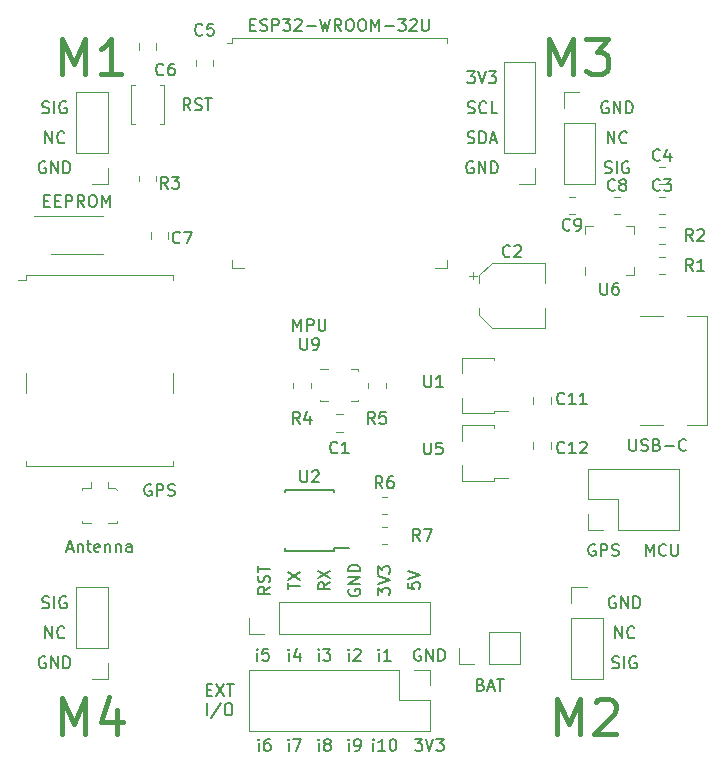
<source format=gbr>
%TF.GenerationSoftware,KiCad,Pcbnew,6.0.4*%
%TF.CreationDate,2022-04-24T20:11:58+02:00*%
%TF.ProjectId,main_pcb,6d61696e-5f70-4636-922e-6b696361645f,rev?*%
%TF.SameCoordinates,Original*%
%TF.FileFunction,Legend,Top*%
%TF.FilePolarity,Positive*%
%FSLAX46Y46*%
G04 Gerber Fmt 4.6, Leading zero omitted, Abs format (unit mm)*
G04 Created by KiCad (PCBNEW 6.0.4) date 2022-04-24 20:11:58*
%MOMM*%
%LPD*%
G01*
G04 APERTURE LIST*
%ADD10C,0.150000*%
%ADD11C,0.400000*%
%ADD12C,0.120000*%
G04 APERTURE END LIST*
D10*
X178347857Y-116022380D02*
X178347857Y-115022380D01*
X178681190Y-115736666D01*
X179014523Y-115022380D01*
X179014523Y-116022380D01*
X180062142Y-115927142D02*
X180014523Y-115974761D01*
X179871666Y-116022380D01*
X179776428Y-116022380D01*
X179633571Y-115974761D01*
X179538333Y-115879523D01*
X179490714Y-115784285D01*
X179443095Y-115593809D01*
X179443095Y-115450952D01*
X179490714Y-115260476D01*
X179538333Y-115165238D01*
X179633571Y-115070000D01*
X179776428Y-115022380D01*
X179871666Y-115022380D01*
X180014523Y-115070000D01*
X180062142Y-115117619D01*
X180490714Y-115022380D02*
X180490714Y-115831904D01*
X180538333Y-115927142D01*
X180585952Y-115974761D01*
X180681190Y-116022380D01*
X180871666Y-116022380D01*
X180966904Y-115974761D01*
X181014523Y-115927142D01*
X181062142Y-115831904D01*
X181062142Y-115022380D01*
X174037714Y-115070000D02*
X173942476Y-115022380D01*
X173799619Y-115022380D01*
X173656761Y-115070000D01*
X173561523Y-115165238D01*
X173513904Y-115260476D01*
X173466285Y-115450952D01*
X173466285Y-115593809D01*
X173513904Y-115784285D01*
X173561523Y-115879523D01*
X173656761Y-115974761D01*
X173799619Y-116022380D01*
X173894857Y-116022380D01*
X174037714Y-115974761D01*
X174085333Y-115927142D01*
X174085333Y-115593809D01*
X173894857Y-115593809D01*
X174513904Y-116022380D02*
X174513904Y-115022380D01*
X174894857Y-115022380D01*
X174990095Y-115070000D01*
X175037714Y-115117619D01*
X175085333Y-115212857D01*
X175085333Y-115355714D01*
X175037714Y-115450952D01*
X174990095Y-115498571D01*
X174894857Y-115546190D01*
X174513904Y-115546190D01*
X175466285Y-115974761D02*
X175609142Y-116022380D01*
X175847238Y-116022380D01*
X175942476Y-115974761D01*
X175990095Y-115927142D01*
X176037714Y-115831904D01*
X176037714Y-115736666D01*
X175990095Y-115641428D01*
X175942476Y-115593809D01*
X175847238Y-115546190D01*
X175656761Y-115498571D01*
X175561523Y-115450952D01*
X175513904Y-115403333D01*
X175466285Y-115308095D01*
X175466285Y-115212857D01*
X175513904Y-115117619D01*
X175561523Y-115070000D01*
X175656761Y-115022380D01*
X175894857Y-115022380D01*
X176037714Y-115070000D01*
X148502857Y-96972380D02*
X148502857Y-95972380D01*
X148836190Y-96686666D01*
X149169523Y-95972380D01*
X149169523Y-96972380D01*
X149645714Y-96972380D02*
X149645714Y-95972380D01*
X150026666Y-95972380D01*
X150121904Y-96020000D01*
X150169523Y-96067619D01*
X150217142Y-96162857D01*
X150217142Y-96305714D01*
X150169523Y-96400952D01*
X150121904Y-96448571D01*
X150026666Y-96496190D01*
X149645714Y-96496190D01*
X150645714Y-95972380D02*
X150645714Y-96781904D01*
X150693333Y-96877142D01*
X150740952Y-96924761D01*
X150836190Y-96972380D01*
X151026666Y-96972380D01*
X151121904Y-96924761D01*
X151169523Y-96877142D01*
X151217142Y-96781904D01*
X151217142Y-95972380D01*
X144852380Y-71048571D02*
X145185714Y-71048571D01*
X145328571Y-71572380D02*
X144852380Y-71572380D01*
X144852380Y-70572380D01*
X145328571Y-70572380D01*
X145709523Y-71524761D02*
X145852380Y-71572380D01*
X146090476Y-71572380D01*
X146185714Y-71524761D01*
X146233333Y-71477142D01*
X146280952Y-71381904D01*
X146280952Y-71286666D01*
X146233333Y-71191428D01*
X146185714Y-71143809D01*
X146090476Y-71096190D01*
X145900000Y-71048571D01*
X145804761Y-71000952D01*
X145757142Y-70953333D01*
X145709523Y-70858095D01*
X145709523Y-70762857D01*
X145757142Y-70667619D01*
X145804761Y-70620000D01*
X145900000Y-70572380D01*
X146138095Y-70572380D01*
X146280952Y-70620000D01*
X146709523Y-71572380D02*
X146709523Y-70572380D01*
X147090476Y-70572380D01*
X147185714Y-70620000D01*
X147233333Y-70667619D01*
X147280952Y-70762857D01*
X147280952Y-70905714D01*
X147233333Y-71000952D01*
X147185714Y-71048571D01*
X147090476Y-71096190D01*
X146709523Y-71096190D01*
X147614285Y-70572380D02*
X148233333Y-70572380D01*
X147900000Y-70953333D01*
X148042857Y-70953333D01*
X148138095Y-71000952D01*
X148185714Y-71048571D01*
X148233333Y-71143809D01*
X148233333Y-71381904D01*
X148185714Y-71477142D01*
X148138095Y-71524761D01*
X148042857Y-71572380D01*
X147757142Y-71572380D01*
X147661904Y-71524761D01*
X147614285Y-71477142D01*
X148614285Y-70667619D02*
X148661904Y-70620000D01*
X148757142Y-70572380D01*
X148995238Y-70572380D01*
X149090476Y-70620000D01*
X149138095Y-70667619D01*
X149185714Y-70762857D01*
X149185714Y-70858095D01*
X149138095Y-71000952D01*
X148566666Y-71572380D01*
X149185714Y-71572380D01*
X149614285Y-71191428D02*
X150376190Y-71191428D01*
X150757142Y-70572380D02*
X150995238Y-71572380D01*
X151185714Y-70858095D01*
X151376190Y-71572380D01*
X151614285Y-70572380D01*
X152566666Y-71572380D02*
X152233333Y-71096190D01*
X151995238Y-71572380D02*
X151995238Y-70572380D01*
X152376190Y-70572380D01*
X152471428Y-70620000D01*
X152519047Y-70667619D01*
X152566666Y-70762857D01*
X152566666Y-70905714D01*
X152519047Y-71000952D01*
X152471428Y-71048571D01*
X152376190Y-71096190D01*
X151995238Y-71096190D01*
X153185714Y-70572380D02*
X153376190Y-70572380D01*
X153471428Y-70620000D01*
X153566666Y-70715238D01*
X153614285Y-70905714D01*
X153614285Y-71239047D01*
X153566666Y-71429523D01*
X153471428Y-71524761D01*
X153376190Y-71572380D01*
X153185714Y-71572380D01*
X153090476Y-71524761D01*
X152995238Y-71429523D01*
X152947619Y-71239047D01*
X152947619Y-70905714D01*
X152995238Y-70715238D01*
X153090476Y-70620000D01*
X153185714Y-70572380D01*
X154233333Y-70572380D02*
X154423809Y-70572380D01*
X154519047Y-70620000D01*
X154614285Y-70715238D01*
X154661904Y-70905714D01*
X154661904Y-71239047D01*
X154614285Y-71429523D01*
X154519047Y-71524761D01*
X154423809Y-71572380D01*
X154233333Y-71572380D01*
X154138095Y-71524761D01*
X154042857Y-71429523D01*
X153995238Y-71239047D01*
X153995238Y-70905714D01*
X154042857Y-70715238D01*
X154138095Y-70620000D01*
X154233333Y-70572380D01*
X155090476Y-71572380D02*
X155090476Y-70572380D01*
X155423809Y-71286666D01*
X155757142Y-70572380D01*
X155757142Y-71572380D01*
X156233333Y-71191428D02*
X156995238Y-71191428D01*
X157376190Y-70572380D02*
X157995238Y-70572380D01*
X157661904Y-70953333D01*
X157804761Y-70953333D01*
X157899999Y-71000952D01*
X157947619Y-71048571D01*
X157995238Y-71143809D01*
X157995238Y-71381904D01*
X157947619Y-71477142D01*
X157899999Y-71524761D01*
X157804761Y-71572380D01*
X157519047Y-71572380D01*
X157423809Y-71524761D01*
X157376190Y-71477142D01*
X158376190Y-70667619D02*
X158423809Y-70620000D01*
X158519047Y-70572380D01*
X158757142Y-70572380D01*
X158852380Y-70620000D01*
X158899999Y-70667619D01*
X158947619Y-70762857D01*
X158947619Y-70858095D01*
X158899999Y-71000952D01*
X158328571Y-71572380D01*
X158947619Y-71572380D01*
X159376190Y-70572380D02*
X159376190Y-71381904D01*
X159423809Y-71477142D01*
X159471428Y-71524761D01*
X159566666Y-71572380D01*
X159757142Y-71572380D01*
X159852380Y-71524761D01*
X159899999Y-71477142D01*
X159947619Y-71381904D01*
X159947619Y-70572380D01*
X164361904Y-126928571D02*
X164504761Y-126976190D01*
X164552380Y-127023809D01*
X164600000Y-127119047D01*
X164600000Y-127261904D01*
X164552380Y-127357142D01*
X164504761Y-127404761D01*
X164409523Y-127452380D01*
X164028571Y-127452380D01*
X164028571Y-126452380D01*
X164361904Y-126452380D01*
X164457142Y-126500000D01*
X164504761Y-126547619D01*
X164552380Y-126642857D01*
X164552380Y-126738095D01*
X164504761Y-126833333D01*
X164457142Y-126880952D01*
X164361904Y-126928571D01*
X164028571Y-126928571D01*
X164980952Y-127166666D02*
X165457142Y-127166666D01*
X164885714Y-127452380D02*
X165219047Y-126452380D01*
X165552380Y-127452380D01*
X165742857Y-126452380D02*
X166314285Y-126452380D01*
X166028571Y-127452380D02*
X166028571Y-126452380D01*
X141168571Y-127393571D02*
X141501904Y-127393571D01*
X141644761Y-127917380D02*
X141168571Y-127917380D01*
X141168571Y-126917380D01*
X141644761Y-126917380D01*
X141978095Y-126917380D02*
X142644761Y-127917380D01*
X142644761Y-126917380D02*
X141978095Y-127917380D01*
X142882857Y-126917380D02*
X143454285Y-126917380D01*
X143168571Y-127917380D02*
X143168571Y-126917380D01*
X141192380Y-129527380D02*
X141192380Y-128527380D01*
X142382857Y-128479761D02*
X141525714Y-129765476D01*
X142906666Y-128527380D02*
X143097142Y-128527380D01*
X143192380Y-128575000D01*
X143287619Y-128670238D01*
X143335238Y-128860714D01*
X143335238Y-129194047D01*
X143287619Y-129384523D01*
X143192380Y-129479761D01*
X143097142Y-129527380D01*
X142906666Y-129527380D01*
X142811428Y-129479761D01*
X142716190Y-129384523D01*
X142668571Y-129194047D01*
X142668571Y-128860714D01*
X142716190Y-128670238D01*
X142811428Y-128575000D01*
X142906666Y-128527380D01*
X158781904Y-131532380D02*
X159400952Y-131532380D01*
X159067619Y-131913333D01*
X159210476Y-131913333D01*
X159305714Y-131960952D01*
X159353333Y-132008571D01*
X159400952Y-132103809D01*
X159400952Y-132341904D01*
X159353333Y-132437142D01*
X159305714Y-132484761D01*
X159210476Y-132532380D01*
X158924761Y-132532380D01*
X158829523Y-132484761D01*
X158781904Y-132437142D01*
X159686666Y-131532380D02*
X160020000Y-132532380D01*
X160353333Y-131532380D01*
X160591428Y-131532380D02*
X161210476Y-131532380D01*
X160877142Y-131913333D01*
X161020000Y-131913333D01*
X161115238Y-131960952D01*
X161162857Y-132008571D01*
X161210476Y-132103809D01*
X161210476Y-132341904D01*
X161162857Y-132437142D01*
X161115238Y-132484761D01*
X161020000Y-132532380D01*
X160734285Y-132532380D01*
X160639047Y-132484761D01*
X160591428Y-132437142D01*
X145573809Y-132532380D02*
X145573809Y-131865714D01*
X145573809Y-131532380D02*
X145526190Y-131580000D01*
X145573809Y-131627619D01*
X145621428Y-131580000D01*
X145573809Y-131532380D01*
X145573809Y-131627619D01*
X146478571Y-131532380D02*
X146288095Y-131532380D01*
X146192857Y-131580000D01*
X146145238Y-131627619D01*
X146050000Y-131770476D01*
X146002380Y-131960952D01*
X146002380Y-132341904D01*
X146050000Y-132437142D01*
X146097619Y-132484761D01*
X146192857Y-132532380D01*
X146383333Y-132532380D01*
X146478571Y-132484761D01*
X146526190Y-132437142D01*
X146573809Y-132341904D01*
X146573809Y-132103809D01*
X146526190Y-132008571D01*
X146478571Y-131960952D01*
X146383333Y-131913333D01*
X146192857Y-131913333D01*
X146097619Y-131960952D01*
X146050000Y-132008571D01*
X146002380Y-132103809D01*
X148113809Y-132532380D02*
X148113809Y-131865714D01*
X148113809Y-131532380D02*
X148066190Y-131580000D01*
X148113809Y-131627619D01*
X148161428Y-131580000D01*
X148113809Y-131532380D01*
X148113809Y-131627619D01*
X148494761Y-131532380D02*
X149161428Y-131532380D01*
X148732857Y-132532380D01*
X150653809Y-132532380D02*
X150653809Y-131865714D01*
X150653809Y-131532380D02*
X150606190Y-131580000D01*
X150653809Y-131627619D01*
X150701428Y-131580000D01*
X150653809Y-131532380D01*
X150653809Y-131627619D01*
X151272857Y-131960952D02*
X151177619Y-131913333D01*
X151130000Y-131865714D01*
X151082380Y-131770476D01*
X151082380Y-131722857D01*
X151130000Y-131627619D01*
X151177619Y-131580000D01*
X151272857Y-131532380D01*
X151463333Y-131532380D01*
X151558571Y-131580000D01*
X151606190Y-131627619D01*
X151653809Y-131722857D01*
X151653809Y-131770476D01*
X151606190Y-131865714D01*
X151558571Y-131913333D01*
X151463333Y-131960952D01*
X151272857Y-131960952D01*
X151177619Y-132008571D01*
X151130000Y-132056190D01*
X151082380Y-132151428D01*
X151082380Y-132341904D01*
X151130000Y-132437142D01*
X151177619Y-132484761D01*
X151272857Y-132532380D01*
X151463333Y-132532380D01*
X151558571Y-132484761D01*
X151606190Y-132437142D01*
X151653809Y-132341904D01*
X151653809Y-132151428D01*
X151606190Y-132056190D01*
X151558571Y-132008571D01*
X151463333Y-131960952D01*
X153193809Y-132532380D02*
X153193809Y-131865714D01*
X153193809Y-131532380D02*
X153146190Y-131580000D01*
X153193809Y-131627619D01*
X153241428Y-131580000D01*
X153193809Y-131532380D01*
X153193809Y-131627619D01*
X153717619Y-132532380D02*
X153908095Y-132532380D01*
X154003333Y-132484761D01*
X154050952Y-132437142D01*
X154146190Y-132294285D01*
X154193809Y-132103809D01*
X154193809Y-131722857D01*
X154146190Y-131627619D01*
X154098571Y-131580000D01*
X154003333Y-131532380D01*
X153812857Y-131532380D01*
X153717619Y-131580000D01*
X153670000Y-131627619D01*
X153622380Y-131722857D01*
X153622380Y-131960952D01*
X153670000Y-132056190D01*
X153717619Y-132103809D01*
X153812857Y-132151428D01*
X154003333Y-132151428D01*
X154098571Y-132103809D01*
X154146190Y-132056190D01*
X154193809Y-131960952D01*
X155257619Y-132532380D02*
X155257619Y-131865714D01*
X155257619Y-131532380D02*
X155210000Y-131580000D01*
X155257619Y-131627619D01*
X155305238Y-131580000D01*
X155257619Y-131532380D01*
X155257619Y-131627619D01*
X156257619Y-132532380D02*
X155686190Y-132532380D01*
X155971904Y-132532380D02*
X155971904Y-131532380D01*
X155876666Y-131675238D01*
X155781428Y-131770476D01*
X155686190Y-131818095D01*
X156876666Y-131532380D02*
X156971904Y-131532380D01*
X157067142Y-131580000D01*
X157114761Y-131627619D01*
X157162380Y-131722857D01*
X157210000Y-131913333D01*
X157210000Y-132151428D01*
X157162380Y-132341904D01*
X157114761Y-132437142D01*
X157067142Y-132484761D01*
X156971904Y-132532380D01*
X156876666Y-132532380D01*
X156781428Y-132484761D01*
X156733809Y-132437142D01*
X156686190Y-132341904D01*
X156638571Y-132151428D01*
X156638571Y-131913333D01*
X156686190Y-131722857D01*
X156733809Y-131627619D01*
X156781428Y-131580000D01*
X156876666Y-131532380D01*
X145439198Y-124901258D02*
X145439198Y-124234592D01*
X145439198Y-123901258D02*
X145391579Y-123948878D01*
X145439198Y-123996497D01*
X145486817Y-123948878D01*
X145439198Y-123901258D01*
X145439198Y-123996497D01*
X146391579Y-123901258D02*
X145915389Y-123901258D01*
X145867769Y-124377449D01*
X145915389Y-124329830D01*
X146010627Y-124282211D01*
X146248722Y-124282211D01*
X146343960Y-124329830D01*
X146391579Y-124377449D01*
X146439198Y-124472687D01*
X146439198Y-124710782D01*
X146391579Y-124806020D01*
X146343960Y-124853639D01*
X146248722Y-124901258D01*
X146010627Y-124901258D01*
X145915389Y-124853639D01*
X145867769Y-124806020D01*
X148113809Y-124912380D02*
X148113809Y-124245714D01*
X148113809Y-123912380D02*
X148066190Y-123960000D01*
X148113809Y-124007619D01*
X148161428Y-123960000D01*
X148113809Y-123912380D01*
X148113809Y-124007619D01*
X149018571Y-124245714D02*
X149018571Y-124912380D01*
X148780476Y-123864761D02*
X148542380Y-124579047D01*
X149161428Y-124579047D01*
X150636258Y-124901258D02*
X150636258Y-124234592D01*
X150636258Y-123901258D02*
X150588639Y-123948878D01*
X150636258Y-123996497D01*
X150683877Y-123948878D01*
X150636258Y-123901258D01*
X150636258Y-123996497D01*
X151017210Y-123901258D02*
X151636258Y-123901258D01*
X151302925Y-124282211D01*
X151445782Y-124282211D01*
X151541020Y-124329830D01*
X151588639Y-124377449D01*
X151636258Y-124472687D01*
X151636258Y-124710782D01*
X151588639Y-124806020D01*
X151541020Y-124853639D01*
X151445782Y-124901258D01*
X151160068Y-124901258D01*
X151064829Y-124853639D01*
X151017210Y-124806020D01*
X153193809Y-124912380D02*
X153193809Y-124245714D01*
X153193809Y-123912380D02*
X153146190Y-123960000D01*
X153193809Y-124007619D01*
X153241428Y-123960000D01*
X153193809Y-123912380D01*
X153193809Y-124007619D01*
X153622380Y-124007619D02*
X153670000Y-123960000D01*
X153765238Y-123912380D01*
X154003333Y-123912380D01*
X154098571Y-123960000D01*
X154146190Y-124007619D01*
X154193809Y-124102857D01*
X154193809Y-124198095D01*
X154146190Y-124340952D01*
X153574761Y-124912380D01*
X154193809Y-124912380D01*
X155733809Y-124912380D02*
X155733809Y-124245714D01*
X155733809Y-123912380D02*
X155686190Y-123960000D01*
X155733809Y-124007619D01*
X155781428Y-123960000D01*
X155733809Y-123912380D01*
X155733809Y-124007619D01*
X156733809Y-124912380D02*
X156162380Y-124912380D01*
X156448095Y-124912380D02*
X156448095Y-123912380D01*
X156352857Y-124055238D01*
X156257619Y-124150476D01*
X156162380Y-124198095D01*
X159258095Y-123960000D02*
X159162857Y-123912380D01*
X159020000Y-123912380D01*
X158877142Y-123960000D01*
X158781904Y-124055238D01*
X158734285Y-124150476D01*
X158686666Y-124340952D01*
X158686666Y-124483809D01*
X158734285Y-124674285D01*
X158781904Y-124769523D01*
X158877142Y-124864761D01*
X159020000Y-124912380D01*
X159115238Y-124912380D01*
X159258095Y-124864761D01*
X159305714Y-124817142D01*
X159305714Y-124483809D01*
X159115238Y-124483809D01*
X159734285Y-124912380D02*
X159734285Y-123912380D01*
X160305714Y-124912380D01*
X160305714Y-123912380D01*
X160781904Y-124912380D02*
X160781904Y-123912380D01*
X161020000Y-123912380D01*
X161162857Y-123960000D01*
X161258095Y-124055238D01*
X161305714Y-124150476D01*
X161353333Y-124340952D01*
X161353333Y-124483809D01*
X161305714Y-124674285D01*
X161258095Y-124769523D01*
X161162857Y-124864761D01*
X161020000Y-124912380D01*
X160781904Y-124912380D01*
X139787380Y-78292380D02*
X139454047Y-77816190D01*
X139215952Y-78292380D02*
X139215952Y-77292380D01*
X139596904Y-77292380D01*
X139692142Y-77340000D01*
X139739761Y-77387619D01*
X139787380Y-77482857D01*
X139787380Y-77625714D01*
X139739761Y-77720952D01*
X139692142Y-77768571D01*
X139596904Y-77816190D01*
X139215952Y-77816190D01*
X140168333Y-78244761D02*
X140311190Y-78292380D01*
X140549285Y-78292380D01*
X140644523Y-78244761D01*
X140692142Y-78197142D01*
X140739761Y-78101904D01*
X140739761Y-78006666D01*
X140692142Y-77911428D01*
X140644523Y-77863809D01*
X140549285Y-77816190D01*
X140358809Y-77768571D01*
X140263571Y-77720952D01*
X140215952Y-77673333D01*
X140168333Y-77578095D01*
X140168333Y-77482857D01*
X140215952Y-77387619D01*
X140263571Y-77340000D01*
X140358809Y-77292380D01*
X140596904Y-77292380D01*
X140739761Y-77340000D01*
X141025476Y-77292380D02*
X141596904Y-77292380D01*
X141311190Y-78292380D02*
X141311190Y-77292380D01*
X127413095Y-85948571D02*
X127746428Y-85948571D01*
X127889285Y-86472380D02*
X127413095Y-86472380D01*
X127413095Y-85472380D01*
X127889285Y-85472380D01*
X128317857Y-85948571D02*
X128651190Y-85948571D01*
X128794047Y-86472380D02*
X128317857Y-86472380D01*
X128317857Y-85472380D01*
X128794047Y-85472380D01*
X129222619Y-86472380D02*
X129222619Y-85472380D01*
X129603571Y-85472380D01*
X129698809Y-85520000D01*
X129746428Y-85567619D01*
X129794047Y-85662857D01*
X129794047Y-85805714D01*
X129746428Y-85900952D01*
X129698809Y-85948571D01*
X129603571Y-85996190D01*
X129222619Y-85996190D01*
X130794047Y-86472380D02*
X130460714Y-85996190D01*
X130222619Y-86472380D02*
X130222619Y-85472380D01*
X130603571Y-85472380D01*
X130698809Y-85520000D01*
X130746428Y-85567619D01*
X130794047Y-85662857D01*
X130794047Y-85805714D01*
X130746428Y-85900952D01*
X130698809Y-85948571D01*
X130603571Y-85996190D01*
X130222619Y-85996190D01*
X131413095Y-85472380D02*
X131603571Y-85472380D01*
X131698809Y-85520000D01*
X131794047Y-85615238D01*
X131841666Y-85805714D01*
X131841666Y-86139047D01*
X131794047Y-86329523D01*
X131698809Y-86424761D01*
X131603571Y-86472380D01*
X131413095Y-86472380D01*
X131317857Y-86424761D01*
X131222619Y-86329523D01*
X131175000Y-86139047D01*
X131175000Y-85805714D01*
X131222619Y-85615238D01*
X131317857Y-85520000D01*
X131413095Y-85472380D01*
X132270238Y-86472380D02*
X132270238Y-85472380D01*
X132603571Y-86186666D01*
X132936904Y-85472380D01*
X132936904Y-86472380D01*
X136445714Y-109990000D02*
X136350476Y-109942380D01*
X136207619Y-109942380D01*
X136064761Y-109990000D01*
X135969523Y-110085238D01*
X135921904Y-110180476D01*
X135874285Y-110370952D01*
X135874285Y-110513809D01*
X135921904Y-110704285D01*
X135969523Y-110799523D01*
X136064761Y-110894761D01*
X136207619Y-110942380D01*
X136302857Y-110942380D01*
X136445714Y-110894761D01*
X136493333Y-110847142D01*
X136493333Y-110513809D01*
X136302857Y-110513809D01*
X136921904Y-110942380D02*
X136921904Y-109942380D01*
X137302857Y-109942380D01*
X137398095Y-109990000D01*
X137445714Y-110037619D01*
X137493333Y-110132857D01*
X137493333Y-110275714D01*
X137445714Y-110370952D01*
X137398095Y-110418571D01*
X137302857Y-110466190D01*
X136921904Y-110466190D01*
X137874285Y-110894761D02*
X138017142Y-110942380D01*
X138255238Y-110942380D01*
X138350476Y-110894761D01*
X138398095Y-110847142D01*
X138445714Y-110751904D01*
X138445714Y-110656666D01*
X138398095Y-110561428D01*
X138350476Y-110513809D01*
X138255238Y-110466190D01*
X138064761Y-110418571D01*
X137969523Y-110370952D01*
X137921904Y-110323333D01*
X137874285Y-110228095D01*
X137874285Y-110132857D01*
X137921904Y-110037619D01*
X137969523Y-109990000D01*
X138064761Y-109942380D01*
X138302857Y-109942380D01*
X138445714Y-109990000D01*
X158202380Y-118300476D02*
X158202380Y-118776666D01*
X158678571Y-118824285D01*
X158630952Y-118776666D01*
X158583333Y-118681428D01*
X158583333Y-118443333D01*
X158630952Y-118348095D01*
X158678571Y-118300476D01*
X158773809Y-118252857D01*
X159011904Y-118252857D01*
X159107142Y-118300476D01*
X159154761Y-118348095D01*
X159202380Y-118443333D01*
X159202380Y-118681428D01*
X159154761Y-118776666D01*
X159107142Y-118824285D01*
X158202380Y-117967142D02*
X159202380Y-117633809D01*
X158202380Y-117300476D01*
X155662380Y-119348095D02*
X155662380Y-118729047D01*
X156043333Y-119062380D01*
X156043333Y-118919523D01*
X156090952Y-118824285D01*
X156138571Y-118776666D01*
X156233809Y-118729047D01*
X156471904Y-118729047D01*
X156567142Y-118776666D01*
X156614761Y-118824285D01*
X156662380Y-118919523D01*
X156662380Y-119205238D01*
X156614761Y-119300476D01*
X156567142Y-119348095D01*
X155662380Y-118443333D02*
X156662380Y-118110000D01*
X155662380Y-117776666D01*
X155662380Y-117538571D02*
X155662380Y-116919523D01*
X156043333Y-117252857D01*
X156043333Y-117110000D01*
X156090952Y-117014761D01*
X156138571Y-116967142D01*
X156233809Y-116919523D01*
X156471904Y-116919523D01*
X156567142Y-116967142D01*
X156614761Y-117014761D01*
X156662380Y-117110000D01*
X156662380Y-117395714D01*
X156614761Y-117490952D01*
X156567142Y-117538571D01*
X151582380Y-118276666D02*
X151106190Y-118610000D01*
X151582380Y-118848095D02*
X150582380Y-118848095D01*
X150582380Y-118467142D01*
X150630000Y-118371904D01*
X150677619Y-118324285D01*
X150772857Y-118276666D01*
X150915714Y-118276666D01*
X151010952Y-118324285D01*
X151058571Y-118371904D01*
X151106190Y-118467142D01*
X151106190Y-118848095D01*
X150582380Y-117943333D02*
X151582380Y-117276666D01*
X150582380Y-117276666D02*
X151582380Y-117943333D01*
X153200000Y-118871904D02*
X153152380Y-118967142D01*
X153152380Y-119110000D01*
X153200000Y-119252857D01*
X153295238Y-119348095D01*
X153390476Y-119395714D01*
X153580952Y-119443333D01*
X153723809Y-119443333D01*
X153914285Y-119395714D01*
X154009523Y-119348095D01*
X154104761Y-119252857D01*
X154152380Y-119110000D01*
X154152380Y-119014761D01*
X154104761Y-118871904D01*
X154057142Y-118824285D01*
X153723809Y-118824285D01*
X153723809Y-119014761D01*
X154152380Y-118395714D02*
X153152380Y-118395714D01*
X154152380Y-117824285D01*
X153152380Y-117824285D01*
X154152380Y-117348095D02*
X153152380Y-117348095D01*
X153152380Y-117110000D01*
X153200000Y-116967142D01*
X153295238Y-116871904D01*
X153390476Y-116824285D01*
X153580952Y-116776666D01*
X153723809Y-116776666D01*
X153914285Y-116824285D01*
X154009523Y-116871904D01*
X154104761Y-116967142D01*
X154152380Y-117110000D01*
X154152380Y-117348095D01*
X146502380Y-118657619D02*
X146026190Y-118990952D01*
X146502380Y-119229047D02*
X145502380Y-119229047D01*
X145502380Y-118848095D01*
X145550000Y-118752857D01*
X145597619Y-118705238D01*
X145692857Y-118657619D01*
X145835714Y-118657619D01*
X145930952Y-118705238D01*
X145978571Y-118752857D01*
X146026190Y-118848095D01*
X146026190Y-119229047D01*
X146454761Y-118276666D02*
X146502380Y-118133809D01*
X146502380Y-117895714D01*
X146454761Y-117800476D01*
X146407142Y-117752857D01*
X146311904Y-117705238D01*
X146216666Y-117705238D01*
X146121428Y-117752857D01*
X146073809Y-117800476D01*
X146026190Y-117895714D01*
X145978571Y-118086190D01*
X145930952Y-118181428D01*
X145883333Y-118229047D01*
X145788095Y-118276666D01*
X145692857Y-118276666D01*
X145597619Y-118229047D01*
X145550000Y-118181428D01*
X145502380Y-118086190D01*
X145502380Y-117848095D01*
X145550000Y-117705238D01*
X145502380Y-117419523D02*
X145502380Y-116848095D01*
X146502380Y-117133809D02*
X145502380Y-117133809D01*
X148042380Y-118871904D02*
X148042380Y-118300476D01*
X149042380Y-118586190D02*
X148042380Y-118586190D01*
X148042380Y-118062380D02*
X149042380Y-117395714D01*
X148042380Y-117395714D02*
X149042380Y-118062380D01*
X127508095Y-124595000D02*
X127412857Y-124547380D01*
X127270000Y-124547380D01*
X127127142Y-124595000D01*
X127031904Y-124690238D01*
X126984285Y-124785476D01*
X126936666Y-124975952D01*
X126936666Y-125118809D01*
X126984285Y-125309285D01*
X127031904Y-125404523D01*
X127127142Y-125499761D01*
X127270000Y-125547380D01*
X127365238Y-125547380D01*
X127508095Y-125499761D01*
X127555714Y-125452142D01*
X127555714Y-125118809D01*
X127365238Y-125118809D01*
X127984285Y-125547380D02*
X127984285Y-124547380D01*
X128555714Y-125547380D01*
X128555714Y-124547380D01*
X129031904Y-125547380D02*
X129031904Y-124547380D01*
X129270000Y-124547380D01*
X129412857Y-124595000D01*
X129508095Y-124690238D01*
X129555714Y-124785476D01*
X129603333Y-124975952D01*
X129603333Y-125118809D01*
X129555714Y-125309285D01*
X129508095Y-125404523D01*
X129412857Y-125499761D01*
X129270000Y-125547380D01*
X129031904Y-125547380D01*
X127246190Y-120419761D02*
X127389047Y-120467380D01*
X127627142Y-120467380D01*
X127722380Y-120419761D01*
X127770000Y-120372142D01*
X127817619Y-120276904D01*
X127817619Y-120181666D01*
X127770000Y-120086428D01*
X127722380Y-120038809D01*
X127627142Y-119991190D01*
X127436666Y-119943571D01*
X127341428Y-119895952D01*
X127293809Y-119848333D01*
X127246190Y-119753095D01*
X127246190Y-119657857D01*
X127293809Y-119562619D01*
X127341428Y-119515000D01*
X127436666Y-119467380D01*
X127674761Y-119467380D01*
X127817619Y-119515000D01*
X128246190Y-120467380D02*
X128246190Y-119467380D01*
X129246190Y-119515000D02*
X129150952Y-119467380D01*
X129008095Y-119467380D01*
X128865238Y-119515000D01*
X128770000Y-119610238D01*
X128722380Y-119705476D01*
X128674761Y-119895952D01*
X128674761Y-120038809D01*
X128722380Y-120229285D01*
X128770000Y-120324523D01*
X128865238Y-120419761D01*
X129008095Y-120467380D01*
X129103333Y-120467380D01*
X129246190Y-120419761D01*
X129293809Y-120372142D01*
X129293809Y-120038809D01*
X129103333Y-120038809D01*
X127484285Y-123007380D02*
X127484285Y-122007380D01*
X128055714Y-123007380D01*
X128055714Y-122007380D01*
X129103333Y-122912142D02*
X129055714Y-122959761D01*
X128912857Y-123007380D01*
X128817619Y-123007380D01*
X128674761Y-122959761D01*
X128579523Y-122864523D01*
X128531904Y-122769285D01*
X128484285Y-122578809D01*
X128484285Y-122435952D01*
X128531904Y-122245476D01*
X128579523Y-122150238D01*
X128674761Y-122055000D01*
X128817619Y-122007380D01*
X128912857Y-122007380D01*
X129055714Y-122055000D01*
X129103333Y-122102619D01*
X127508095Y-82685000D02*
X127412857Y-82637380D01*
X127270000Y-82637380D01*
X127127142Y-82685000D01*
X127031904Y-82780238D01*
X126984285Y-82875476D01*
X126936666Y-83065952D01*
X126936666Y-83208809D01*
X126984285Y-83399285D01*
X127031904Y-83494523D01*
X127127142Y-83589761D01*
X127270000Y-83637380D01*
X127365238Y-83637380D01*
X127508095Y-83589761D01*
X127555714Y-83542142D01*
X127555714Y-83208809D01*
X127365238Y-83208809D01*
X127984285Y-83637380D02*
X127984285Y-82637380D01*
X128555714Y-83637380D01*
X128555714Y-82637380D01*
X129031904Y-83637380D02*
X129031904Y-82637380D01*
X129270000Y-82637380D01*
X129412857Y-82685000D01*
X129508095Y-82780238D01*
X129555714Y-82875476D01*
X129603333Y-83065952D01*
X129603333Y-83208809D01*
X129555714Y-83399285D01*
X129508095Y-83494523D01*
X129412857Y-83589761D01*
X129270000Y-83637380D01*
X129031904Y-83637380D01*
X127246190Y-78509761D02*
X127389047Y-78557380D01*
X127627142Y-78557380D01*
X127722380Y-78509761D01*
X127770000Y-78462142D01*
X127817619Y-78366904D01*
X127817619Y-78271666D01*
X127770000Y-78176428D01*
X127722380Y-78128809D01*
X127627142Y-78081190D01*
X127436666Y-78033571D01*
X127341428Y-77985952D01*
X127293809Y-77938333D01*
X127246190Y-77843095D01*
X127246190Y-77747857D01*
X127293809Y-77652619D01*
X127341428Y-77605000D01*
X127436666Y-77557380D01*
X127674761Y-77557380D01*
X127817619Y-77605000D01*
X128246190Y-78557380D02*
X128246190Y-77557380D01*
X129246190Y-77605000D02*
X129150952Y-77557380D01*
X129008095Y-77557380D01*
X128865238Y-77605000D01*
X128770000Y-77700238D01*
X128722380Y-77795476D01*
X128674761Y-77985952D01*
X128674761Y-78128809D01*
X128722380Y-78319285D01*
X128770000Y-78414523D01*
X128865238Y-78509761D01*
X129008095Y-78557380D01*
X129103333Y-78557380D01*
X129246190Y-78509761D01*
X129293809Y-78462142D01*
X129293809Y-78128809D01*
X129103333Y-78128809D01*
X127484285Y-81097380D02*
X127484285Y-80097380D01*
X128055714Y-81097380D01*
X128055714Y-80097380D01*
X129103333Y-81002142D02*
X129055714Y-81049761D01*
X128912857Y-81097380D01*
X128817619Y-81097380D01*
X128674761Y-81049761D01*
X128579523Y-80954523D01*
X128531904Y-80859285D01*
X128484285Y-80668809D01*
X128484285Y-80525952D01*
X128531904Y-80335476D01*
X128579523Y-80240238D01*
X128674761Y-80145000D01*
X128817619Y-80097380D01*
X128912857Y-80097380D01*
X129055714Y-80145000D01*
X129103333Y-80192619D01*
X175768095Y-119515000D02*
X175672857Y-119467380D01*
X175530000Y-119467380D01*
X175387142Y-119515000D01*
X175291904Y-119610238D01*
X175244285Y-119705476D01*
X175196666Y-119895952D01*
X175196666Y-120038809D01*
X175244285Y-120229285D01*
X175291904Y-120324523D01*
X175387142Y-120419761D01*
X175530000Y-120467380D01*
X175625238Y-120467380D01*
X175768095Y-120419761D01*
X175815714Y-120372142D01*
X175815714Y-120038809D01*
X175625238Y-120038809D01*
X176244285Y-120467380D02*
X176244285Y-119467380D01*
X176815714Y-120467380D01*
X176815714Y-119467380D01*
X177291904Y-120467380D02*
X177291904Y-119467380D01*
X177530000Y-119467380D01*
X177672857Y-119515000D01*
X177768095Y-119610238D01*
X177815714Y-119705476D01*
X177863333Y-119895952D01*
X177863333Y-120038809D01*
X177815714Y-120229285D01*
X177768095Y-120324523D01*
X177672857Y-120419761D01*
X177530000Y-120467380D01*
X177291904Y-120467380D01*
X175506190Y-125499761D02*
X175649047Y-125547380D01*
X175887142Y-125547380D01*
X175982380Y-125499761D01*
X176030000Y-125452142D01*
X176077619Y-125356904D01*
X176077619Y-125261666D01*
X176030000Y-125166428D01*
X175982380Y-125118809D01*
X175887142Y-125071190D01*
X175696666Y-125023571D01*
X175601428Y-124975952D01*
X175553809Y-124928333D01*
X175506190Y-124833095D01*
X175506190Y-124737857D01*
X175553809Y-124642619D01*
X175601428Y-124595000D01*
X175696666Y-124547380D01*
X175934761Y-124547380D01*
X176077619Y-124595000D01*
X176506190Y-125547380D02*
X176506190Y-124547380D01*
X177506190Y-124595000D02*
X177410952Y-124547380D01*
X177268095Y-124547380D01*
X177125238Y-124595000D01*
X177030000Y-124690238D01*
X176982380Y-124785476D01*
X176934761Y-124975952D01*
X176934761Y-125118809D01*
X176982380Y-125309285D01*
X177030000Y-125404523D01*
X177125238Y-125499761D01*
X177268095Y-125547380D01*
X177363333Y-125547380D01*
X177506190Y-125499761D01*
X177553809Y-125452142D01*
X177553809Y-125118809D01*
X177363333Y-125118809D01*
X175744285Y-123007380D02*
X175744285Y-122007380D01*
X176315714Y-123007380D01*
X176315714Y-122007380D01*
X177363333Y-122912142D02*
X177315714Y-122959761D01*
X177172857Y-123007380D01*
X177077619Y-123007380D01*
X176934761Y-122959761D01*
X176839523Y-122864523D01*
X176791904Y-122769285D01*
X176744285Y-122578809D01*
X176744285Y-122435952D01*
X176791904Y-122245476D01*
X176839523Y-122150238D01*
X176934761Y-122055000D01*
X177077619Y-122007380D01*
X177172857Y-122007380D01*
X177315714Y-122055000D01*
X177363333Y-122102619D01*
X175109285Y-81097380D02*
X175109285Y-80097380D01*
X175680714Y-81097380D01*
X175680714Y-80097380D01*
X176728333Y-81002142D02*
X176680714Y-81049761D01*
X176537857Y-81097380D01*
X176442619Y-81097380D01*
X176299761Y-81049761D01*
X176204523Y-80954523D01*
X176156904Y-80859285D01*
X176109285Y-80668809D01*
X176109285Y-80525952D01*
X176156904Y-80335476D01*
X176204523Y-80240238D01*
X176299761Y-80145000D01*
X176442619Y-80097380D01*
X176537857Y-80097380D01*
X176680714Y-80145000D01*
X176728333Y-80192619D01*
X174871190Y-83589761D02*
X175014047Y-83637380D01*
X175252142Y-83637380D01*
X175347380Y-83589761D01*
X175395000Y-83542142D01*
X175442619Y-83446904D01*
X175442619Y-83351666D01*
X175395000Y-83256428D01*
X175347380Y-83208809D01*
X175252142Y-83161190D01*
X175061666Y-83113571D01*
X174966428Y-83065952D01*
X174918809Y-83018333D01*
X174871190Y-82923095D01*
X174871190Y-82827857D01*
X174918809Y-82732619D01*
X174966428Y-82685000D01*
X175061666Y-82637380D01*
X175299761Y-82637380D01*
X175442619Y-82685000D01*
X175871190Y-83637380D02*
X175871190Y-82637380D01*
X176871190Y-82685000D02*
X176775952Y-82637380D01*
X176633095Y-82637380D01*
X176490238Y-82685000D01*
X176395000Y-82780238D01*
X176347380Y-82875476D01*
X176299761Y-83065952D01*
X176299761Y-83208809D01*
X176347380Y-83399285D01*
X176395000Y-83494523D01*
X176490238Y-83589761D01*
X176633095Y-83637380D01*
X176728333Y-83637380D01*
X176871190Y-83589761D01*
X176918809Y-83542142D01*
X176918809Y-83208809D01*
X176728333Y-83208809D01*
X175133095Y-77605000D02*
X175037857Y-77557380D01*
X174895000Y-77557380D01*
X174752142Y-77605000D01*
X174656904Y-77700238D01*
X174609285Y-77795476D01*
X174561666Y-77985952D01*
X174561666Y-78128809D01*
X174609285Y-78319285D01*
X174656904Y-78414523D01*
X174752142Y-78509761D01*
X174895000Y-78557380D01*
X174990238Y-78557380D01*
X175133095Y-78509761D01*
X175180714Y-78462142D01*
X175180714Y-78128809D01*
X174990238Y-78128809D01*
X175609285Y-78557380D02*
X175609285Y-77557380D01*
X176180714Y-78557380D01*
X176180714Y-77557380D01*
X176656904Y-78557380D02*
X176656904Y-77557380D01*
X176895000Y-77557380D01*
X177037857Y-77605000D01*
X177133095Y-77700238D01*
X177180714Y-77795476D01*
X177228333Y-77985952D01*
X177228333Y-78128809D01*
X177180714Y-78319285D01*
X177133095Y-78414523D01*
X177037857Y-78509761D01*
X176895000Y-78557380D01*
X176656904Y-78557380D01*
X163703095Y-82685000D02*
X163607857Y-82637380D01*
X163465000Y-82637380D01*
X163322142Y-82685000D01*
X163226904Y-82780238D01*
X163179285Y-82875476D01*
X163131666Y-83065952D01*
X163131666Y-83208809D01*
X163179285Y-83399285D01*
X163226904Y-83494523D01*
X163322142Y-83589761D01*
X163465000Y-83637380D01*
X163560238Y-83637380D01*
X163703095Y-83589761D01*
X163750714Y-83542142D01*
X163750714Y-83208809D01*
X163560238Y-83208809D01*
X164179285Y-83637380D02*
X164179285Y-82637380D01*
X164750714Y-83637380D01*
X164750714Y-82637380D01*
X165226904Y-83637380D02*
X165226904Y-82637380D01*
X165465000Y-82637380D01*
X165607857Y-82685000D01*
X165703095Y-82780238D01*
X165750714Y-82875476D01*
X165798333Y-83065952D01*
X165798333Y-83208809D01*
X165750714Y-83399285D01*
X165703095Y-83494523D01*
X165607857Y-83589761D01*
X165465000Y-83637380D01*
X165226904Y-83637380D01*
X163250714Y-81049761D02*
X163393571Y-81097380D01*
X163631666Y-81097380D01*
X163726904Y-81049761D01*
X163774523Y-81002142D01*
X163822142Y-80906904D01*
X163822142Y-80811666D01*
X163774523Y-80716428D01*
X163726904Y-80668809D01*
X163631666Y-80621190D01*
X163441190Y-80573571D01*
X163345952Y-80525952D01*
X163298333Y-80478333D01*
X163250714Y-80383095D01*
X163250714Y-80287857D01*
X163298333Y-80192619D01*
X163345952Y-80145000D01*
X163441190Y-80097380D01*
X163679285Y-80097380D01*
X163822142Y-80145000D01*
X164250714Y-81097380D02*
X164250714Y-80097380D01*
X164488809Y-80097380D01*
X164631666Y-80145000D01*
X164726904Y-80240238D01*
X164774523Y-80335476D01*
X164822142Y-80525952D01*
X164822142Y-80668809D01*
X164774523Y-80859285D01*
X164726904Y-80954523D01*
X164631666Y-81049761D01*
X164488809Y-81097380D01*
X164250714Y-81097380D01*
X165203095Y-80811666D02*
X165679285Y-80811666D01*
X165107857Y-81097380D02*
X165441190Y-80097380D01*
X165774523Y-81097380D01*
X163274523Y-78509761D02*
X163417380Y-78557380D01*
X163655476Y-78557380D01*
X163750714Y-78509761D01*
X163798333Y-78462142D01*
X163845952Y-78366904D01*
X163845952Y-78271666D01*
X163798333Y-78176428D01*
X163750714Y-78128809D01*
X163655476Y-78081190D01*
X163465000Y-78033571D01*
X163369761Y-77985952D01*
X163322142Y-77938333D01*
X163274523Y-77843095D01*
X163274523Y-77747857D01*
X163322142Y-77652619D01*
X163369761Y-77605000D01*
X163465000Y-77557380D01*
X163703095Y-77557380D01*
X163845952Y-77605000D01*
X164845952Y-78462142D02*
X164798333Y-78509761D01*
X164655476Y-78557380D01*
X164560238Y-78557380D01*
X164417380Y-78509761D01*
X164322142Y-78414523D01*
X164274523Y-78319285D01*
X164226904Y-78128809D01*
X164226904Y-77985952D01*
X164274523Y-77795476D01*
X164322142Y-77700238D01*
X164417380Y-77605000D01*
X164560238Y-77557380D01*
X164655476Y-77557380D01*
X164798333Y-77605000D01*
X164845952Y-77652619D01*
X165750714Y-78557380D02*
X165274523Y-78557380D01*
X165274523Y-77557380D01*
X163226904Y-75017380D02*
X163845952Y-75017380D01*
X163512619Y-75398333D01*
X163655476Y-75398333D01*
X163750714Y-75445952D01*
X163798333Y-75493571D01*
X163845952Y-75588809D01*
X163845952Y-75826904D01*
X163798333Y-75922142D01*
X163750714Y-75969761D01*
X163655476Y-76017380D01*
X163369761Y-76017380D01*
X163274523Y-75969761D01*
X163226904Y-75922142D01*
X164131666Y-75017380D02*
X164465000Y-76017380D01*
X164798333Y-75017380D01*
X165036428Y-75017380D02*
X165655476Y-75017380D01*
X165322142Y-75398333D01*
X165465000Y-75398333D01*
X165560238Y-75445952D01*
X165607857Y-75493571D01*
X165655476Y-75588809D01*
X165655476Y-75826904D01*
X165607857Y-75922142D01*
X165560238Y-75969761D01*
X165465000Y-76017380D01*
X165179285Y-76017380D01*
X165084047Y-75969761D01*
X165036428Y-75922142D01*
%TO.C,*%
%TO.C,C9*%
X171918333Y-88397142D02*
X171870714Y-88444761D01*
X171727857Y-88492380D01*
X171632619Y-88492380D01*
X171489761Y-88444761D01*
X171394523Y-88349523D01*
X171346904Y-88254285D01*
X171299285Y-88063809D01*
X171299285Y-87920952D01*
X171346904Y-87730476D01*
X171394523Y-87635238D01*
X171489761Y-87540000D01*
X171632619Y-87492380D01*
X171727857Y-87492380D01*
X171870714Y-87540000D01*
X171918333Y-87587619D01*
X172394523Y-88492380D02*
X172585000Y-88492380D01*
X172680238Y-88444761D01*
X172727857Y-88397142D01*
X172823095Y-88254285D01*
X172870714Y-88063809D01*
X172870714Y-87682857D01*
X172823095Y-87587619D01*
X172775476Y-87540000D01*
X172680238Y-87492380D01*
X172489761Y-87492380D01*
X172394523Y-87540000D01*
X172346904Y-87587619D01*
X172299285Y-87682857D01*
X172299285Y-87920952D01*
X172346904Y-88016190D01*
X172394523Y-88063809D01*
X172489761Y-88111428D01*
X172680238Y-88111428D01*
X172775476Y-88063809D01*
X172823095Y-88016190D01*
X172870714Y-87920952D01*
%TO.C,C8*%
X175723333Y-85037142D02*
X175675714Y-85084761D01*
X175532857Y-85132380D01*
X175437619Y-85132380D01*
X175294761Y-85084761D01*
X175199523Y-84989523D01*
X175151904Y-84894285D01*
X175104285Y-84703809D01*
X175104285Y-84560952D01*
X175151904Y-84370476D01*
X175199523Y-84275238D01*
X175294761Y-84180000D01*
X175437619Y-84132380D01*
X175532857Y-84132380D01*
X175675714Y-84180000D01*
X175723333Y-84227619D01*
X176294761Y-84560952D02*
X176199523Y-84513333D01*
X176151904Y-84465714D01*
X176104285Y-84370476D01*
X176104285Y-84322857D01*
X176151904Y-84227619D01*
X176199523Y-84180000D01*
X176294761Y-84132380D01*
X176485238Y-84132380D01*
X176580476Y-84180000D01*
X176628095Y-84227619D01*
X176675714Y-84322857D01*
X176675714Y-84370476D01*
X176628095Y-84465714D01*
X176580476Y-84513333D01*
X176485238Y-84560952D01*
X176294761Y-84560952D01*
X176199523Y-84608571D01*
X176151904Y-84656190D01*
X176104285Y-84751428D01*
X176104285Y-84941904D01*
X176151904Y-85037142D01*
X176199523Y-85084761D01*
X176294761Y-85132380D01*
X176485238Y-85132380D01*
X176580476Y-85084761D01*
X176628095Y-85037142D01*
X176675714Y-84941904D01*
X176675714Y-84751428D01*
X176628095Y-84656190D01*
X176580476Y-84608571D01*
X176485238Y-84560952D01*
%TO.C,C4*%
X179538333Y-82497142D02*
X179490714Y-82544761D01*
X179347857Y-82592380D01*
X179252619Y-82592380D01*
X179109761Y-82544761D01*
X179014523Y-82449523D01*
X178966904Y-82354285D01*
X178919285Y-82163809D01*
X178919285Y-82020952D01*
X178966904Y-81830476D01*
X179014523Y-81735238D01*
X179109761Y-81640000D01*
X179252619Y-81592380D01*
X179347857Y-81592380D01*
X179490714Y-81640000D01*
X179538333Y-81687619D01*
X180395476Y-81925714D02*
X180395476Y-82592380D01*
X180157380Y-81544761D02*
X179919285Y-82259047D01*
X180538333Y-82259047D01*
%TO.C,C3*%
X179538333Y-85037142D02*
X179490714Y-85084761D01*
X179347857Y-85132380D01*
X179252619Y-85132380D01*
X179109761Y-85084761D01*
X179014523Y-84989523D01*
X178966904Y-84894285D01*
X178919285Y-84703809D01*
X178919285Y-84560952D01*
X178966904Y-84370476D01*
X179014523Y-84275238D01*
X179109761Y-84180000D01*
X179252619Y-84132380D01*
X179347857Y-84132380D01*
X179490714Y-84180000D01*
X179538333Y-84227619D01*
X179871666Y-84132380D02*
X180490714Y-84132380D01*
X180157380Y-84513333D01*
X180300238Y-84513333D01*
X180395476Y-84560952D01*
X180443095Y-84608571D01*
X180490714Y-84703809D01*
X180490714Y-84941904D01*
X180443095Y-85037142D01*
X180395476Y-85084761D01*
X180300238Y-85132380D01*
X180014523Y-85132380D01*
X179919285Y-85084761D01*
X179871666Y-85037142D01*
%TO.C,U2*%
X149098095Y-108797380D02*
X149098095Y-109606904D01*
X149145714Y-109702142D01*
X149193333Y-109749761D01*
X149288571Y-109797380D01*
X149479047Y-109797380D01*
X149574285Y-109749761D01*
X149621904Y-109702142D01*
X149669523Y-109606904D01*
X149669523Y-108797380D01*
X150098095Y-108892619D02*
X150145714Y-108845000D01*
X150240952Y-108797380D01*
X150479047Y-108797380D01*
X150574285Y-108845000D01*
X150621904Y-108892619D01*
X150669523Y-108987857D01*
X150669523Y-109083095D01*
X150621904Y-109225952D01*
X150050476Y-109797380D01*
X150669523Y-109797380D01*
%TO.C,R7*%
X159218333Y-114752380D02*
X158885000Y-114276190D01*
X158646904Y-114752380D02*
X158646904Y-113752380D01*
X159027857Y-113752380D01*
X159123095Y-113800000D01*
X159170714Y-113847619D01*
X159218333Y-113942857D01*
X159218333Y-114085714D01*
X159170714Y-114180952D01*
X159123095Y-114228571D01*
X159027857Y-114276190D01*
X158646904Y-114276190D01*
X159551666Y-113752380D02*
X160218333Y-113752380D01*
X159789761Y-114752380D01*
%TO.C,R6*%
X156043333Y-110307380D02*
X155710000Y-109831190D01*
X155471904Y-110307380D02*
X155471904Y-109307380D01*
X155852857Y-109307380D01*
X155948095Y-109355000D01*
X155995714Y-109402619D01*
X156043333Y-109497857D01*
X156043333Y-109640714D01*
X155995714Y-109735952D01*
X155948095Y-109783571D01*
X155852857Y-109831190D01*
X155471904Y-109831190D01*
X156900476Y-109307380D02*
X156710000Y-109307380D01*
X156614761Y-109355000D01*
X156567142Y-109402619D01*
X156471904Y-109545476D01*
X156424285Y-109735952D01*
X156424285Y-110116904D01*
X156471904Y-110212142D01*
X156519523Y-110259761D01*
X156614761Y-110307380D01*
X156805238Y-110307380D01*
X156900476Y-110259761D01*
X156948095Y-110212142D01*
X156995714Y-110116904D01*
X156995714Y-109878809D01*
X156948095Y-109783571D01*
X156900476Y-109735952D01*
X156805238Y-109688333D01*
X156614761Y-109688333D01*
X156519523Y-109735952D01*
X156471904Y-109783571D01*
X156424285Y-109878809D01*
%TO.C,C11*%
X171442142Y-103114638D02*
X171394523Y-103162257D01*
X171251666Y-103209876D01*
X171156428Y-103209876D01*
X171013571Y-103162257D01*
X170918333Y-103067019D01*
X170870714Y-102971781D01*
X170823095Y-102781305D01*
X170823095Y-102638448D01*
X170870714Y-102447972D01*
X170918333Y-102352734D01*
X171013571Y-102257496D01*
X171156428Y-102209876D01*
X171251666Y-102209876D01*
X171394523Y-102257496D01*
X171442142Y-102305115D01*
X172394523Y-103209876D02*
X171823095Y-103209876D01*
X172108809Y-103209876D02*
X172108809Y-102209876D01*
X172013571Y-102352734D01*
X171918333Y-102447972D01*
X171823095Y-102495591D01*
X173346904Y-103209876D02*
X172775476Y-103209876D01*
X173061190Y-103209876D02*
X173061190Y-102209876D01*
X172965952Y-102352734D01*
X172870714Y-102447972D01*
X172775476Y-102495591D01*
D11*
%TO.C,M1*%
X128889428Y-75238942D02*
X128889428Y-72238942D01*
X129889428Y-74381800D01*
X130889428Y-72238942D01*
X130889428Y-75238942D01*
X133889428Y-75238942D02*
X132175142Y-75238942D01*
X133032285Y-75238942D02*
X133032285Y-72238942D01*
X132746571Y-72667514D01*
X132460857Y-72953228D01*
X132175142Y-73096085D01*
%TO.C,M4*%
X128889428Y-131093542D02*
X128889428Y-128093542D01*
X129889428Y-130236400D01*
X130889428Y-128093542D01*
X130889428Y-131093542D01*
X133603714Y-129093542D02*
X133603714Y-131093542D01*
X132889428Y-127950685D02*
X132175142Y-130093542D01*
X134032285Y-130093542D01*
D10*
%TO.C,R3*%
X137882333Y-84935316D02*
X137549000Y-84459126D01*
X137310904Y-84935316D02*
X137310904Y-83935316D01*
X137691857Y-83935316D01*
X137787095Y-83982936D01*
X137834714Y-84030555D01*
X137882333Y-84125793D01*
X137882333Y-84268650D01*
X137834714Y-84363888D01*
X137787095Y-84411507D01*
X137691857Y-84459126D01*
X137310904Y-84459126D01*
X138215666Y-83935316D02*
X138834714Y-83935316D01*
X138501380Y-84316269D01*
X138644238Y-84316269D01*
X138739476Y-84363888D01*
X138787095Y-84411507D01*
X138834714Y-84506745D01*
X138834714Y-84744840D01*
X138787095Y-84840078D01*
X138739476Y-84887697D01*
X138644238Y-84935316D01*
X138358523Y-84935316D01*
X138263285Y-84887697D01*
X138215666Y-84840078D01*
%TO.C,U1*%
X159593095Y-100742380D02*
X159593095Y-101551904D01*
X159640714Y-101647142D01*
X159688333Y-101694761D01*
X159783571Y-101742380D01*
X159974047Y-101742380D01*
X160069285Y-101694761D01*
X160116904Y-101647142D01*
X160164523Y-101551904D01*
X160164523Y-100742380D01*
X161164523Y-101742380D02*
X160593095Y-101742380D01*
X160878809Y-101742380D02*
X160878809Y-100742380D01*
X160783571Y-100885238D01*
X160688333Y-100980476D01*
X160593095Y-101028095D01*
%TO.C,C5*%
X140803333Y-71887142D02*
X140755714Y-71934761D01*
X140612857Y-71982380D01*
X140517619Y-71982380D01*
X140374761Y-71934761D01*
X140279523Y-71839523D01*
X140231904Y-71744285D01*
X140184285Y-71553809D01*
X140184285Y-71410952D01*
X140231904Y-71220476D01*
X140279523Y-71125238D01*
X140374761Y-71030000D01*
X140517619Y-70982380D01*
X140612857Y-70982380D01*
X140755714Y-71030000D01*
X140803333Y-71077619D01*
X141708095Y-70982380D02*
X141231904Y-70982380D01*
X141184285Y-71458571D01*
X141231904Y-71410952D01*
X141327142Y-71363333D01*
X141565238Y-71363333D01*
X141660476Y-71410952D01*
X141708095Y-71458571D01*
X141755714Y-71553809D01*
X141755714Y-71791904D01*
X141708095Y-71887142D01*
X141660476Y-71934761D01*
X141565238Y-71982380D01*
X141327142Y-71982380D01*
X141231904Y-71934761D01*
X141184285Y-71887142D01*
%TO.C,R2*%
X182332333Y-89353380D02*
X181999000Y-88877190D01*
X181760904Y-89353380D02*
X181760904Y-88353380D01*
X182141857Y-88353380D01*
X182237095Y-88401000D01*
X182284714Y-88448619D01*
X182332333Y-88543857D01*
X182332333Y-88686714D01*
X182284714Y-88781952D01*
X182237095Y-88829571D01*
X182141857Y-88877190D01*
X181760904Y-88877190D01*
X182713285Y-88448619D02*
X182760904Y-88401000D01*
X182856142Y-88353380D01*
X183094238Y-88353380D01*
X183189476Y-88401000D01*
X183237095Y-88448619D01*
X183284714Y-88543857D01*
X183284714Y-88639095D01*
X183237095Y-88781952D01*
X182665666Y-89353380D01*
X183284714Y-89353380D01*
%TO.C,C7*%
X138898333Y-89482142D02*
X138850714Y-89529761D01*
X138707857Y-89577380D01*
X138612619Y-89577380D01*
X138469761Y-89529761D01*
X138374523Y-89434523D01*
X138326904Y-89339285D01*
X138279285Y-89148809D01*
X138279285Y-89005952D01*
X138326904Y-88815476D01*
X138374523Y-88720238D01*
X138469761Y-88625000D01*
X138612619Y-88577380D01*
X138707857Y-88577380D01*
X138850714Y-88625000D01*
X138898333Y-88672619D01*
X139231666Y-88577380D02*
X139898333Y-88577380D01*
X139469761Y-89577380D01*
%TO.C,R5*%
X155403333Y-104847380D02*
X155070000Y-104371190D01*
X154831904Y-104847380D02*
X154831904Y-103847380D01*
X155212857Y-103847380D01*
X155308095Y-103895000D01*
X155355714Y-103942619D01*
X155403333Y-104037857D01*
X155403333Y-104180714D01*
X155355714Y-104275952D01*
X155308095Y-104323571D01*
X155212857Y-104371190D01*
X154831904Y-104371190D01*
X156308095Y-103847380D02*
X155831904Y-103847380D01*
X155784285Y-104323571D01*
X155831904Y-104275952D01*
X155927142Y-104228333D01*
X156165238Y-104228333D01*
X156260476Y-104275952D01*
X156308095Y-104323571D01*
X156355714Y-104418809D01*
X156355714Y-104656904D01*
X156308095Y-104752142D01*
X156260476Y-104799761D01*
X156165238Y-104847380D01*
X155927142Y-104847380D01*
X155831904Y-104799761D01*
X155784285Y-104752142D01*
D11*
%TO.C,M3*%
X170164428Y-75227142D02*
X170164428Y-72227142D01*
X171164428Y-74370000D01*
X172164428Y-72227142D01*
X172164428Y-75227142D01*
X173307285Y-72227142D02*
X175164428Y-72227142D01*
X174164428Y-73370000D01*
X174593000Y-73370000D01*
X174878714Y-73512857D01*
X175021571Y-73655714D01*
X175164428Y-73941428D01*
X175164428Y-74655714D01*
X175021571Y-74941428D01*
X174878714Y-75084285D01*
X174593000Y-75227142D01*
X173735857Y-75227142D01*
X173450142Y-75084285D01*
X173307285Y-74941428D01*
D10*
%TO.C,C2*%
X166838333Y-90637142D02*
X166790714Y-90684761D01*
X166647857Y-90732380D01*
X166552619Y-90732380D01*
X166409761Y-90684761D01*
X166314523Y-90589523D01*
X166266904Y-90494285D01*
X166219285Y-90303809D01*
X166219285Y-90160952D01*
X166266904Y-89970476D01*
X166314523Y-89875238D01*
X166409761Y-89780000D01*
X166552619Y-89732380D01*
X166647857Y-89732380D01*
X166790714Y-89780000D01*
X166838333Y-89827619D01*
X167219285Y-89827619D02*
X167266904Y-89780000D01*
X167362142Y-89732380D01*
X167600238Y-89732380D01*
X167695476Y-89780000D01*
X167743095Y-89827619D01*
X167790714Y-89922857D01*
X167790714Y-90018095D01*
X167743095Y-90160952D01*
X167171666Y-90732380D01*
X167790714Y-90732380D01*
%TO.C,*%
%TO.C,U9*%
X149098095Y-97582380D02*
X149098095Y-98391904D01*
X149145714Y-98487142D01*
X149193333Y-98534761D01*
X149288571Y-98582380D01*
X149479047Y-98582380D01*
X149574285Y-98534761D01*
X149621904Y-98487142D01*
X149669523Y-98391904D01*
X149669523Y-97582380D01*
X150193333Y-98582380D02*
X150383809Y-98582380D01*
X150479047Y-98534761D01*
X150526666Y-98487142D01*
X150621904Y-98344285D01*
X150669523Y-98153809D01*
X150669523Y-97772857D01*
X150621904Y-97677619D01*
X150574285Y-97630000D01*
X150479047Y-97582380D01*
X150288571Y-97582380D01*
X150193333Y-97630000D01*
X150145714Y-97677619D01*
X150098095Y-97772857D01*
X150098095Y-98010952D01*
X150145714Y-98106190D01*
X150193333Y-98153809D01*
X150288571Y-98201428D01*
X150479047Y-98201428D01*
X150574285Y-98153809D01*
X150621904Y-98106190D01*
X150669523Y-98010952D01*
%TO.C,U5*%
X159558095Y-106442380D02*
X159558095Y-107251904D01*
X159605714Y-107347142D01*
X159653333Y-107394761D01*
X159748571Y-107442380D01*
X159939047Y-107442380D01*
X160034285Y-107394761D01*
X160081904Y-107347142D01*
X160129523Y-107251904D01*
X160129523Y-106442380D01*
X161081904Y-106442380D02*
X160605714Y-106442380D01*
X160558095Y-106918571D01*
X160605714Y-106870952D01*
X160700952Y-106823333D01*
X160939047Y-106823333D01*
X161034285Y-106870952D01*
X161081904Y-106918571D01*
X161129523Y-107013809D01*
X161129523Y-107251904D01*
X161081904Y-107347142D01*
X161034285Y-107394761D01*
X160939047Y-107442380D01*
X160700952Y-107442380D01*
X160605714Y-107394761D01*
X160558095Y-107347142D01*
%TO.C,C12*%
X171442142Y-107262142D02*
X171394523Y-107309761D01*
X171251666Y-107357380D01*
X171156428Y-107357380D01*
X171013571Y-107309761D01*
X170918333Y-107214523D01*
X170870714Y-107119285D01*
X170823095Y-106928809D01*
X170823095Y-106785952D01*
X170870714Y-106595476D01*
X170918333Y-106500238D01*
X171013571Y-106405000D01*
X171156428Y-106357380D01*
X171251666Y-106357380D01*
X171394523Y-106405000D01*
X171442142Y-106452619D01*
X172394523Y-107357380D02*
X171823095Y-107357380D01*
X172108809Y-107357380D02*
X172108809Y-106357380D01*
X172013571Y-106500238D01*
X171918333Y-106595476D01*
X171823095Y-106643095D01*
X172775476Y-106452619D02*
X172823095Y-106405000D01*
X172918333Y-106357380D01*
X173156428Y-106357380D01*
X173251666Y-106405000D01*
X173299285Y-106452619D01*
X173346904Y-106547857D01*
X173346904Y-106643095D01*
X173299285Y-106785952D01*
X172727857Y-107357380D01*
X173346904Y-107357380D01*
D11*
%TO.C,M2*%
X170799428Y-131107142D02*
X170799428Y-128107142D01*
X171799428Y-130250000D01*
X172799428Y-128107142D01*
X172799428Y-131107142D01*
X174085142Y-128392857D02*
X174228000Y-128250000D01*
X174513714Y-128107142D01*
X175228000Y-128107142D01*
X175513714Y-128250000D01*
X175656571Y-128392857D01*
X175799428Y-128678571D01*
X175799428Y-128964285D01*
X175656571Y-129392857D01*
X173942285Y-131107142D01*
X175799428Y-131107142D01*
D10*
%TO.C,R1*%
X182332333Y-91891380D02*
X181999000Y-91415190D01*
X181760904Y-91891380D02*
X181760904Y-90891380D01*
X182141857Y-90891380D01*
X182237095Y-90939000D01*
X182284714Y-90986619D01*
X182332333Y-91081857D01*
X182332333Y-91224714D01*
X182284714Y-91319952D01*
X182237095Y-91367571D01*
X182141857Y-91415190D01*
X181760904Y-91415190D01*
X183284714Y-91891380D02*
X182713285Y-91891380D01*
X182999000Y-91891380D02*
X182999000Y-90891380D01*
X182903761Y-91034238D01*
X182808523Y-91129476D01*
X182713285Y-91177095D01*
%TO.C,C6*%
X137501333Y-75258142D02*
X137453714Y-75305761D01*
X137310857Y-75353380D01*
X137215619Y-75353380D01*
X137072761Y-75305761D01*
X136977523Y-75210523D01*
X136929904Y-75115285D01*
X136882285Y-74924809D01*
X136882285Y-74781952D01*
X136929904Y-74591476D01*
X136977523Y-74496238D01*
X137072761Y-74401000D01*
X137215619Y-74353380D01*
X137310857Y-74353380D01*
X137453714Y-74401000D01*
X137501333Y-74448619D01*
X138358476Y-74353380D02*
X138168000Y-74353380D01*
X138072761Y-74401000D01*
X138025142Y-74448619D01*
X137929904Y-74591476D01*
X137882285Y-74781952D01*
X137882285Y-75162904D01*
X137929904Y-75258142D01*
X137977523Y-75305761D01*
X138072761Y-75353380D01*
X138263238Y-75353380D01*
X138358476Y-75305761D01*
X138406095Y-75258142D01*
X138453714Y-75162904D01*
X138453714Y-74924809D01*
X138406095Y-74829571D01*
X138358476Y-74781952D01*
X138263238Y-74734333D01*
X138072761Y-74734333D01*
X137977523Y-74781952D01*
X137929904Y-74829571D01*
X137882285Y-74924809D01*
%TO.C,R4*%
X149053333Y-104847380D02*
X148720000Y-104371190D01*
X148481904Y-104847380D02*
X148481904Y-103847380D01*
X148862857Y-103847380D01*
X148958095Y-103895000D01*
X149005714Y-103942619D01*
X149053333Y-104037857D01*
X149053333Y-104180714D01*
X149005714Y-104275952D01*
X148958095Y-104323571D01*
X148862857Y-104371190D01*
X148481904Y-104371190D01*
X149910476Y-104180714D02*
X149910476Y-104847380D01*
X149672380Y-103799761D02*
X149434285Y-104514047D01*
X150053333Y-104514047D01*
%TO.C,U6*%
X174498095Y-92922380D02*
X174498095Y-93731904D01*
X174545714Y-93827142D01*
X174593333Y-93874761D01*
X174688571Y-93922380D01*
X174879047Y-93922380D01*
X174974285Y-93874761D01*
X175021904Y-93827142D01*
X175069523Y-93731904D01*
X175069523Y-92922380D01*
X175974285Y-92922380D02*
X175783809Y-92922380D01*
X175688571Y-92970000D01*
X175640952Y-93017619D01*
X175545714Y-93160476D01*
X175498095Y-93350952D01*
X175498095Y-93731904D01*
X175545714Y-93827142D01*
X175593333Y-93874761D01*
X175688571Y-93922380D01*
X175879047Y-93922380D01*
X175974285Y-93874761D01*
X176021904Y-93827142D01*
X176069523Y-93731904D01*
X176069523Y-93493809D01*
X176021904Y-93398571D01*
X175974285Y-93350952D01*
X175879047Y-93303333D01*
X175688571Y-93303333D01*
X175593333Y-93350952D01*
X175545714Y-93398571D01*
X175498095Y-93493809D01*
%TO.C,USB-C*%
X176943047Y-106132380D02*
X176943047Y-106941904D01*
X176990666Y-107037142D01*
X177038285Y-107084761D01*
X177133523Y-107132380D01*
X177324000Y-107132380D01*
X177419238Y-107084761D01*
X177466857Y-107037142D01*
X177514476Y-106941904D01*
X177514476Y-106132380D01*
X177943047Y-107084761D02*
X178085904Y-107132380D01*
X178324000Y-107132380D01*
X178419238Y-107084761D01*
X178466857Y-107037142D01*
X178514476Y-106941904D01*
X178514476Y-106846666D01*
X178466857Y-106751428D01*
X178419238Y-106703809D01*
X178324000Y-106656190D01*
X178133523Y-106608571D01*
X178038285Y-106560952D01*
X177990666Y-106513333D01*
X177943047Y-106418095D01*
X177943047Y-106322857D01*
X177990666Y-106227619D01*
X178038285Y-106180000D01*
X178133523Y-106132380D01*
X178371619Y-106132380D01*
X178514476Y-106180000D01*
X179276380Y-106608571D02*
X179419238Y-106656190D01*
X179466857Y-106703809D01*
X179514476Y-106799047D01*
X179514476Y-106941904D01*
X179466857Y-107037142D01*
X179419238Y-107084761D01*
X179324000Y-107132380D01*
X178943047Y-107132380D01*
X178943047Y-106132380D01*
X179276380Y-106132380D01*
X179371619Y-106180000D01*
X179419238Y-106227619D01*
X179466857Y-106322857D01*
X179466857Y-106418095D01*
X179419238Y-106513333D01*
X179371619Y-106560952D01*
X179276380Y-106608571D01*
X178943047Y-106608571D01*
X179943047Y-106751428D02*
X180704952Y-106751428D01*
X181752571Y-107037142D02*
X181704952Y-107084761D01*
X181562095Y-107132380D01*
X181466857Y-107132380D01*
X181324000Y-107084761D01*
X181228761Y-106989523D01*
X181181142Y-106894285D01*
X181133523Y-106703809D01*
X181133523Y-106560952D01*
X181181142Y-106370476D01*
X181228761Y-106275238D01*
X181324000Y-106180000D01*
X181466857Y-106132380D01*
X181562095Y-106132380D01*
X181704952Y-106180000D01*
X181752571Y-106227619D01*
%TO.C,*%
%TO.C,C1*%
X152233333Y-107262142D02*
X152185714Y-107309761D01*
X152042857Y-107357380D01*
X151947619Y-107357380D01*
X151804761Y-107309761D01*
X151709523Y-107214523D01*
X151661904Y-107119285D01*
X151614285Y-106928809D01*
X151614285Y-106785952D01*
X151661904Y-106595476D01*
X151709523Y-106500238D01*
X151804761Y-106405000D01*
X151947619Y-106357380D01*
X152042857Y-106357380D01*
X152185714Y-106405000D01*
X152233333Y-106452619D01*
X153185714Y-107357380D02*
X152614285Y-107357380D01*
X152900000Y-107357380D02*
X152900000Y-106357380D01*
X152804761Y-106500238D01*
X152709523Y-106595476D01*
X152614285Y-106643095D01*
%TO.C,Antenna*%
X129318095Y-115411666D02*
X129794285Y-115411666D01*
X129222857Y-115697380D02*
X129556190Y-114697380D01*
X129889523Y-115697380D01*
X130222857Y-115030714D02*
X130222857Y-115697380D01*
X130222857Y-115125952D02*
X130270476Y-115078333D01*
X130365714Y-115030714D01*
X130508571Y-115030714D01*
X130603809Y-115078333D01*
X130651428Y-115173571D01*
X130651428Y-115697380D01*
X130984761Y-115030714D02*
X131365714Y-115030714D01*
X131127619Y-114697380D02*
X131127619Y-115554523D01*
X131175238Y-115649761D01*
X131270476Y-115697380D01*
X131365714Y-115697380D01*
X132080000Y-115649761D02*
X131984761Y-115697380D01*
X131794285Y-115697380D01*
X131699047Y-115649761D01*
X131651428Y-115554523D01*
X131651428Y-115173571D01*
X131699047Y-115078333D01*
X131794285Y-115030714D01*
X131984761Y-115030714D01*
X132080000Y-115078333D01*
X132127619Y-115173571D01*
X132127619Y-115268809D01*
X131651428Y-115364047D01*
X132556190Y-115030714D02*
X132556190Y-115697380D01*
X132556190Y-115125952D02*
X132603809Y-115078333D01*
X132699047Y-115030714D01*
X132841904Y-115030714D01*
X132937142Y-115078333D01*
X132984761Y-115173571D01*
X132984761Y-115697380D01*
X133460952Y-115030714D02*
X133460952Y-115697380D01*
X133460952Y-115125952D02*
X133508571Y-115078333D01*
X133603809Y-115030714D01*
X133746666Y-115030714D01*
X133841904Y-115078333D01*
X133889523Y-115173571D01*
X133889523Y-115697380D01*
X134794285Y-115697380D02*
X134794285Y-115173571D01*
X134746666Y-115078333D01*
X134651428Y-115030714D01*
X134460952Y-115030714D01*
X134365714Y-115078333D01*
X134794285Y-115649761D02*
X134699047Y-115697380D01*
X134460952Y-115697380D01*
X134365714Y-115649761D01*
X134318095Y-115554523D01*
X134318095Y-115459285D01*
X134365714Y-115364047D01*
X134460952Y-115316428D01*
X134699047Y-115316428D01*
X134794285Y-115268809D01*
%TO.C,*%
D12*
%TO.C,J4*%
X176022000Y-111252000D02*
X173422000Y-111252000D01*
X181162000Y-113852000D02*
X181162000Y-108652000D01*
X173422000Y-108652000D02*
X181162000Y-108652000D01*
X173422000Y-113852000D02*
X173422000Y-112522000D01*
X176022000Y-113852000D02*
X181162000Y-113852000D01*
X176022000Y-113852000D02*
X176022000Y-111252000D01*
X174752000Y-113852000D02*
X173422000Y-113852000D01*
X173422000Y-111252000D02*
X173422000Y-108652000D01*
%TO.C,J3*%
X160080000Y-130870000D02*
X144720000Y-130870000D01*
X157480000Y-128270000D02*
X160080000Y-128270000D01*
X157480000Y-125670000D02*
X144720000Y-125670000D01*
X144720000Y-125670000D02*
X144720000Y-130870000D01*
X160080000Y-125670000D02*
X160080000Y-127000000D01*
X158750000Y-125670000D02*
X160080000Y-125670000D01*
X160080000Y-128270000D02*
X160080000Y-130870000D01*
X157480000Y-125670000D02*
X157480000Y-128270000D01*
%TO.C,J1*%
X147320000Y-122615000D02*
X160080000Y-122615000D01*
X146050000Y-122615000D02*
X144720000Y-122615000D01*
X144720000Y-122615000D02*
X144720000Y-121285000D01*
X147320000Y-122615000D02*
X147320000Y-119955000D01*
X160080000Y-122615000D02*
X160080000Y-119955000D01*
X147320000Y-119955000D02*
X160080000Y-119955000D01*
%TO.C,C9*%
X172346252Y-87095000D02*
X171823748Y-87095000D01*
X172346252Y-85625000D02*
X171823748Y-85625000D01*
%TO.C,C8*%
X175628748Y-87095000D02*
X176151252Y-87095000D01*
X175628748Y-85625000D02*
X176151252Y-85625000D01*
%TO.C,C4*%
X179443748Y-83085000D02*
X179966252Y-83085000D01*
X179443748Y-84555000D02*
X179966252Y-84555000D01*
%TO.C,C3*%
X179443748Y-87095000D02*
X179966252Y-87095000D01*
X179443748Y-85625000D02*
X179966252Y-85625000D01*
%TO.C,J2*%
X166310000Y-81915000D02*
X166310000Y-74235000D01*
X168970000Y-83185000D02*
X168970000Y-84515000D01*
X168970000Y-74235000D02*
X166310000Y-74235000D01*
X168970000Y-81915000D02*
X166310000Y-81915000D01*
X168970000Y-84515000D02*
X167640000Y-84515000D01*
X168970000Y-81915000D02*
X168970000Y-74235000D01*
D10*
%TO.C,U2*%
X151935000Y-115605000D02*
X147785000Y-115605000D01*
X151935000Y-115405000D02*
X153235000Y-115405000D01*
X147785000Y-110455000D02*
X147785000Y-110655000D01*
X151935000Y-115605000D02*
X151935000Y-115405000D01*
X151935000Y-110455000D02*
X147785000Y-110455000D01*
X147785000Y-115605000D02*
X147785000Y-115405000D01*
X151935000Y-110455000D02*
X151935000Y-110655000D01*
D12*
%TO.C,R7*%
X155982936Y-115035000D02*
X156437064Y-115035000D01*
X155982936Y-113565000D02*
X156437064Y-113565000D01*
%TO.C,R6*%
X156437064Y-112495000D02*
X155982936Y-112495000D01*
X156437064Y-111025000D02*
X155982936Y-111025000D01*
%TO.C,C11*%
X170280000Y-103131252D02*
X170280000Y-102608748D01*
X168810000Y-103131252D02*
X168810000Y-102608748D01*
%TO.C,M1*%
X132775000Y-76775000D02*
X130115000Y-76775000D01*
X132775000Y-84515000D02*
X131445000Y-84515000D01*
X132775000Y-83185000D02*
X132775000Y-84515000D01*
X132775000Y-81915000D02*
X132775000Y-76775000D01*
X130115000Y-81915000D02*
X130115000Y-76775000D01*
X132775000Y-81915000D02*
X130115000Y-81915000D01*
%TO.C,M4*%
X132775000Y-123825000D02*
X132775000Y-118685000D01*
X130115000Y-123825000D02*
X130115000Y-118685000D01*
X132775000Y-123825000D02*
X130115000Y-123825000D01*
X132775000Y-118685000D02*
X130115000Y-118685000D01*
X132775000Y-125095000D02*
X132775000Y-126425000D01*
X132775000Y-126425000D02*
X131445000Y-126425000D01*
%TO.C,R3*%
X136879000Y-83846936D02*
X136879000Y-84301064D01*
X135409000Y-83846936D02*
X135409000Y-84301064D01*
%TO.C,U1*%
X165525000Y-103960000D02*
X165525000Y-103730000D01*
X162805000Y-100550000D02*
X162805000Y-99240000D01*
X165525000Y-103960000D02*
X162805000Y-103960000D01*
X162805000Y-99240000D02*
X165525000Y-99240000D01*
X162805000Y-103960000D02*
X162805000Y-102650000D01*
X165525000Y-99240000D02*
X165525000Y-99470000D01*
X166665000Y-103730000D02*
X165525000Y-103730000D01*
%TO.C,ESP32-WROOM-32U1*%
X161520000Y-91015000D02*
X161520000Y-91635000D01*
X143280000Y-72195000D02*
X143280000Y-72615000D01*
X161520000Y-91635000D02*
X160520000Y-91635000D01*
X143280000Y-91635000D02*
X144280000Y-91635000D01*
X143280000Y-91015000D02*
X143280000Y-91635000D01*
X143280000Y-72615000D02*
X142900000Y-72615000D01*
X161520000Y-72195000D02*
X161520000Y-72615000D01*
X143280000Y-72195000D02*
X161520000Y-72195000D01*
%TO.C,C5*%
X141705000Y-74556252D02*
X141705000Y-74033748D01*
X140235000Y-74556252D02*
X140235000Y-74033748D01*
%TO.C,SW1*%
X137247000Y-79490000D02*
X137547000Y-79490000D01*
X137547000Y-76190000D02*
X137247000Y-76190000D01*
X134747000Y-79490000D02*
X134747000Y-76190000D01*
X134747000Y-76190000D02*
X135047000Y-76190000D01*
X135047000Y-79490000D02*
X134747000Y-79490000D01*
X137547000Y-79490000D02*
X137547000Y-76190000D01*
%TO.C,R2*%
X179477936Y-90705000D02*
X179932064Y-90705000D01*
X179477936Y-92175000D02*
X179932064Y-92175000D01*
%TO.C,C7*%
X137895000Y-88638748D02*
X137895000Y-89161252D01*
X136425000Y-88638748D02*
X136425000Y-89161252D01*
%TO.C,BAT1*%
X162500000Y-125155000D02*
X162500000Y-123825000D01*
X163830000Y-125155000D02*
X162500000Y-125155000D01*
X165100000Y-125155000D02*
X167700000Y-125155000D01*
X165100000Y-125155000D02*
X165100000Y-122495000D01*
X167700000Y-125155000D02*
X167700000Y-122495000D01*
X165100000Y-122495000D02*
X167700000Y-122495000D01*
%TO.C,R5*%
X156310000Y-101367936D02*
X156310000Y-101822064D01*
X154840000Y-101367936D02*
X154840000Y-101822064D01*
%TO.C,M3*%
X171390000Y-76775000D02*
X172720000Y-76775000D01*
X171390000Y-79375000D02*
X174050000Y-79375000D01*
X171390000Y-84515000D02*
X174050000Y-84515000D01*
X174050000Y-79375000D02*
X174050000Y-84515000D01*
X171390000Y-78105000D02*
X171390000Y-76775000D01*
X171390000Y-79375000D02*
X171390000Y-84515000D01*
%TO.C,C2*%
X164245000Y-95675563D02*
X164245000Y-95040000D01*
X164245000Y-92284437D02*
X164245000Y-92920000D01*
X163380000Y-92295000D02*
X164005000Y-92295000D01*
X164245000Y-95675563D02*
X165309437Y-96740000D01*
X169765000Y-96740000D02*
X169765000Y-95040000D01*
X165309437Y-96740000D02*
X169765000Y-96740000D01*
X165309437Y-91220000D02*
X169765000Y-91220000D01*
X163692500Y-91982500D02*
X163692500Y-92607500D01*
X164245000Y-92284437D02*
X165309437Y-91220000D01*
X169765000Y-91220000D02*
X169765000Y-92920000D01*
%TO.C,U9*%
X154010000Y-102960000D02*
X154010000Y-102810000D01*
X153360000Y-102960000D02*
X154010000Y-102960000D01*
X153360000Y-100240000D02*
X154010000Y-100240000D01*
X150790000Y-102960000D02*
X150790000Y-102810000D01*
X151440000Y-100240000D02*
X150790000Y-100240000D01*
X154010000Y-100240000D02*
X154010000Y-100390000D01*
X151440000Y-102960000D02*
X150790000Y-102960000D01*
%TO.C,U5*%
X165525000Y-109675000D02*
X165525000Y-109445000D01*
X166665000Y-109445000D02*
X165525000Y-109445000D01*
X165525000Y-104955000D02*
X165525000Y-105185000D01*
X162805000Y-106265000D02*
X162805000Y-104955000D01*
X165525000Y-109675000D02*
X162805000Y-109675000D01*
X162805000Y-109675000D02*
X162805000Y-108365000D01*
X162805000Y-104955000D02*
X165525000Y-104955000D01*
%TO.C,GPS1*%
X125870000Y-108440000D02*
X138290000Y-108440000D01*
X125870000Y-100590000D02*
X125870000Y-102270000D01*
X125870000Y-92220000D02*
X125870000Y-92670000D01*
X138290000Y-100590000D02*
X138290000Y-102270000D01*
X125870000Y-92220000D02*
X138290000Y-92220000D01*
X138290000Y-92220000D02*
X138290000Y-92670000D01*
X125180000Y-92670000D02*
X125870000Y-92670000D01*
X125870000Y-107990000D02*
X125870000Y-108440000D01*
X138290000Y-107990000D02*
X138290000Y-108430000D01*
%TO.C,C12*%
X170280000Y-106418748D02*
X170280000Y-106941252D01*
X168810000Y-106418748D02*
X168810000Y-106941252D01*
%TO.C,M2*%
X172025000Y-121285000D02*
X172025000Y-126425000D01*
X172025000Y-120015000D02*
X172025000Y-118685000D01*
X172025000Y-126425000D02*
X174685000Y-126425000D01*
X172025000Y-118685000D02*
X173355000Y-118685000D01*
X174685000Y-121285000D02*
X174685000Y-126425000D01*
X172025000Y-121285000D02*
X174685000Y-121285000D01*
%TO.C,EEPROM1*%
X130175000Y-87290000D02*
X126575000Y-87290000D01*
X130175000Y-90510000D02*
X132375000Y-90510000D01*
X130175000Y-90510000D02*
X127975000Y-90510000D01*
X130175000Y-87290000D02*
X132375000Y-87290000D01*
%TO.C,R1*%
X179932064Y-88165000D02*
X179477936Y-88165000D01*
X179932064Y-89635000D02*
X179477936Y-89635000D01*
%TO.C,C6*%
X135409000Y-72636748D02*
X135409000Y-73159252D01*
X136879000Y-72636748D02*
X136879000Y-73159252D01*
%TO.C,R4*%
X148490000Y-101367936D02*
X148490000Y-101822064D01*
X149960000Y-101367936D02*
X149960000Y-101822064D01*
%TO.C,U6*%
X177370000Y-88060000D02*
X176645000Y-88060000D01*
X177370000Y-91555000D02*
X177370000Y-92280000D01*
X173150000Y-91555000D02*
X173150000Y-92280000D01*
X173150000Y-88060000D02*
X173875000Y-88060000D01*
X177370000Y-92280000D02*
X176645000Y-92280000D01*
X173150000Y-88785000D02*
X173150000Y-88060000D01*
X177370000Y-88785000D02*
X177370000Y-88060000D01*
%TO.C,USB-C*%
X177855000Y-104910000D02*
X179775000Y-104910000D01*
X179775000Y-95750000D02*
X177855000Y-95750000D01*
X183490000Y-104910000D02*
X181785000Y-104910000D01*
X181785000Y-95750000D02*
X183490000Y-95750000D01*
X183490000Y-95750000D02*
X183490000Y-104910000D01*
%TO.C,C1*%
X152138748Y-104040000D02*
X152661252Y-104040000D01*
X152138748Y-105510000D02*
X152661252Y-105510000D01*
%TO.C,Antenna*%
X133580000Y-113060000D02*
X133580000Y-113260000D01*
X133380000Y-110260000D02*
X133580000Y-110460000D01*
X131380000Y-113260000D02*
X130580000Y-113260000D01*
X131380000Y-110260000D02*
X131380000Y-109760000D01*
X130580000Y-110260000D02*
X131380000Y-110260000D01*
X132780000Y-110260000D02*
X133380000Y-110260000D01*
X130580000Y-113260000D02*
X130580000Y-113060000D01*
X130580000Y-110460000D02*
X130580000Y-110260000D01*
X132780000Y-110260000D02*
X132780000Y-109760000D01*
X133580000Y-113260000D02*
X132780000Y-113260000D01*
%TD*%
M02*

</source>
